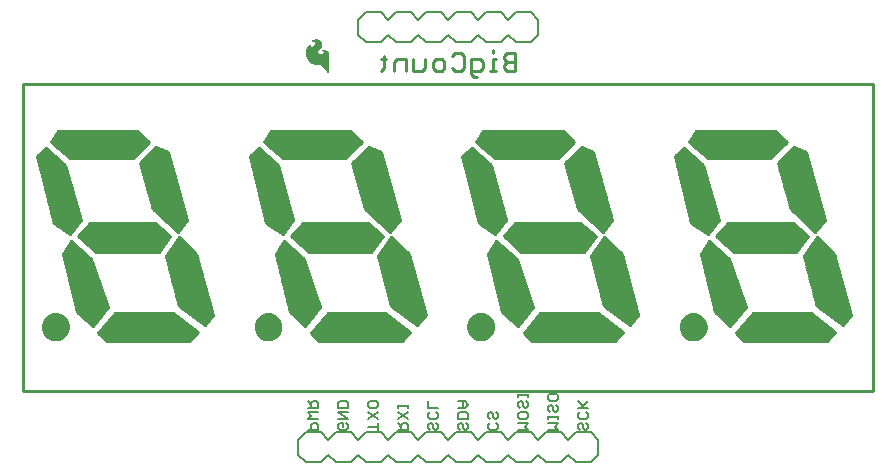
<source format=gbo>
G75*
G70*
%OFA0B0*%
%FSLAX24Y24*%
%IPPOS*%
%LPD*%
%AMOC8*
5,1,8,0,0,1.08239X$1,22.5*
%
%ADD10C,0.0060*%
%ADD11C,0.0110*%
%ADD12C,0.0100*%
%ADD13C,0.0591*%
%ADD14C,0.0080*%
%ADD15C,0.0010*%
D10*
X013163Y008413D02*
X013504Y008413D01*
X013504Y008583D01*
X013447Y008640D01*
X013333Y008640D01*
X013277Y008583D01*
X013277Y008413D01*
X013163Y008782D02*
X013277Y008895D01*
X013163Y009009D01*
X013504Y009009D01*
X013504Y009150D02*
X013504Y009320D01*
X013447Y009377D01*
X013333Y009377D01*
X013277Y009320D01*
X013277Y009150D01*
X013277Y009263D02*
X013163Y009377D01*
X013163Y009150D02*
X013504Y009150D01*
X013504Y008782D02*
X013163Y008782D01*
X014163Y008782D02*
X014504Y008782D01*
X014163Y009009D01*
X014504Y009009D01*
X014504Y009150D02*
X014504Y009320D01*
X014447Y009377D01*
X014220Y009377D01*
X014163Y009320D01*
X014163Y009150D01*
X014504Y009150D01*
X014447Y008640D02*
X014504Y008583D01*
X014504Y008470D01*
X014447Y008413D01*
X014220Y008413D01*
X014163Y008470D01*
X014163Y008583D01*
X014220Y008640D01*
X014333Y008640D01*
X014333Y008527D01*
X015163Y008527D02*
X015504Y008527D01*
X015504Y008640D02*
X015504Y008413D01*
X016163Y008413D02*
X016504Y008413D01*
X016504Y008583D01*
X016447Y008640D01*
X016333Y008640D01*
X016277Y008583D01*
X016277Y008413D01*
X016277Y008527D02*
X016163Y008640D01*
X016163Y008782D02*
X016504Y009009D01*
X016504Y009150D02*
X016504Y009263D01*
X016504Y009207D02*
X016163Y009207D01*
X016163Y009263D02*
X016163Y009150D01*
X016163Y009009D02*
X016504Y008782D01*
X017163Y008838D02*
X017163Y008952D01*
X017220Y009009D01*
X017163Y009150D02*
X017504Y009150D01*
X017447Y009009D02*
X017504Y008952D01*
X017504Y008838D01*
X017447Y008782D01*
X017220Y008782D01*
X017163Y008838D01*
X017220Y008640D02*
X017163Y008583D01*
X017163Y008470D01*
X017220Y008413D01*
X017333Y008470D02*
X017333Y008583D01*
X017277Y008640D01*
X017220Y008640D01*
X017333Y008470D02*
X017390Y008413D01*
X017447Y008413D01*
X017504Y008470D01*
X017504Y008583D01*
X017447Y008640D01*
X017163Y009150D02*
X017163Y009377D01*
X018163Y009377D02*
X018390Y009377D01*
X018504Y009263D01*
X018390Y009150D01*
X018163Y009150D01*
X018220Y009009D02*
X018447Y009009D01*
X018504Y008952D01*
X018504Y008782D01*
X018163Y008782D01*
X018163Y008952D01*
X018220Y009009D01*
X018333Y009150D02*
X018333Y009377D01*
X019163Y008952D02*
X019163Y008838D01*
X019220Y008782D01*
X019333Y008838D02*
X019333Y008952D01*
X019277Y009009D01*
X019220Y009009D01*
X019163Y008952D01*
X019333Y008838D02*
X019390Y008782D01*
X019447Y008782D01*
X019504Y008838D01*
X019504Y008952D01*
X019447Y009009D01*
X020163Y008952D02*
X020220Y009009D01*
X020447Y009009D01*
X020504Y008952D01*
X020504Y008838D01*
X020447Y008782D01*
X020220Y008782D01*
X020163Y008838D01*
X020163Y008952D01*
X020220Y009150D02*
X020163Y009207D01*
X020163Y009320D01*
X020220Y009377D01*
X020277Y009377D01*
X020333Y009320D01*
X020333Y009207D01*
X020390Y009150D01*
X020447Y009150D01*
X020504Y009207D01*
X020504Y009320D01*
X020447Y009377D01*
X020504Y009518D02*
X020504Y009632D01*
X020504Y009575D02*
X020163Y009575D01*
X020163Y009518D02*
X020163Y009632D01*
X021163Y009566D02*
X021220Y009622D01*
X021447Y009622D01*
X021504Y009566D01*
X021504Y009452D01*
X021447Y009396D01*
X021220Y009396D01*
X021163Y009452D01*
X021163Y009566D01*
X021220Y009254D02*
X021163Y009197D01*
X021163Y009084D01*
X021220Y009027D01*
X021333Y009084D02*
X021333Y009197D01*
X021277Y009254D01*
X021220Y009254D01*
X021333Y009084D02*
X021390Y009027D01*
X021447Y009027D01*
X021504Y009084D01*
X021504Y009197D01*
X021447Y009254D01*
X021504Y008895D02*
X021504Y008782D01*
X021504Y008838D02*
X021163Y008838D01*
X021163Y008782D02*
X021163Y008895D01*
X021163Y008640D02*
X021504Y008640D01*
X021390Y008527D01*
X021504Y008413D01*
X021163Y008413D01*
X020504Y008413D02*
X020390Y008527D01*
X020504Y008640D01*
X020163Y008640D01*
X020163Y008413D02*
X020504Y008413D01*
X019504Y008470D02*
X019447Y008413D01*
X019220Y008413D01*
X019163Y008470D01*
X019163Y008583D01*
X019220Y008640D01*
X019447Y008640D02*
X019504Y008583D01*
X019504Y008470D01*
X018504Y008470D02*
X018447Y008413D01*
X018390Y008413D01*
X018333Y008470D01*
X018333Y008583D01*
X018277Y008640D01*
X018220Y008640D01*
X018163Y008583D01*
X018163Y008470D01*
X018220Y008413D01*
X018504Y008470D02*
X018504Y008583D01*
X018447Y008640D01*
X015504Y008782D02*
X015163Y009009D01*
X015220Y009150D02*
X015163Y009207D01*
X015163Y009320D01*
X015220Y009377D01*
X015447Y009377D01*
X015504Y009320D01*
X015504Y009207D01*
X015447Y009150D01*
X015220Y009150D01*
X015504Y009009D02*
X015163Y008782D01*
X022163Y008838D02*
X022163Y008952D01*
X022220Y009009D01*
X022163Y009150D02*
X022504Y009150D01*
X022447Y009009D02*
X022504Y008952D01*
X022504Y008838D01*
X022447Y008782D01*
X022220Y008782D01*
X022163Y008838D01*
X022220Y008640D02*
X022163Y008583D01*
X022163Y008470D01*
X022220Y008413D01*
X022333Y008470D02*
X022333Y008583D01*
X022277Y008640D01*
X022220Y008640D01*
X022333Y008470D02*
X022390Y008413D01*
X022447Y008413D01*
X022504Y008470D01*
X022504Y008583D01*
X022447Y008640D01*
X022277Y009150D02*
X022504Y009377D01*
X022333Y009207D02*
X022163Y009377D01*
D11*
X018807Y020191D02*
X018709Y020191D01*
X018610Y020290D01*
X018610Y020782D01*
X018906Y020782D01*
X019004Y020684D01*
X019004Y020487D01*
X018906Y020388D01*
X018610Y020388D01*
X018360Y020487D02*
X018261Y020388D01*
X018064Y020388D01*
X017966Y020487D01*
X017715Y020487D02*
X017617Y020388D01*
X017420Y020388D01*
X017321Y020487D01*
X017321Y020684D01*
X017420Y020782D01*
X017617Y020782D01*
X017715Y020684D01*
X017715Y020487D01*
X018360Y020487D02*
X018360Y020880D01*
X018261Y020979D01*
X018064Y020979D01*
X017966Y020880D01*
X017070Y020782D02*
X017070Y020487D01*
X016972Y020388D01*
X016677Y020388D01*
X016677Y020782D01*
X016426Y020782D02*
X016131Y020782D01*
X016032Y020684D01*
X016032Y020388D01*
X015683Y020487D02*
X015585Y020388D01*
X015683Y020487D02*
X015683Y020880D01*
X015781Y020782D02*
X015585Y020782D01*
X016426Y020782D02*
X016426Y020388D01*
X019237Y020388D02*
X019434Y020388D01*
X019335Y020388D02*
X019335Y020782D01*
X019434Y020782D01*
X019335Y020979D02*
X019335Y021077D01*
X019685Y020880D02*
X019685Y020782D01*
X019783Y020684D01*
X020078Y020684D01*
X020078Y020979D02*
X020078Y020388D01*
X019783Y020388D01*
X019685Y020487D01*
X019685Y020585D01*
X019783Y020684D01*
X019685Y020880D02*
X019783Y020979D01*
X020078Y020979D01*
D12*
X019014Y018377D02*
X018778Y018022D01*
X019408Y017471D01*
X021495Y017471D01*
X022046Y018022D01*
X021652Y018377D01*
X019014Y018377D01*
X018951Y018281D02*
X021759Y018281D01*
X021868Y018182D02*
X018885Y018182D01*
X018819Y018084D02*
X021978Y018084D01*
X022009Y017985D02*
X018820Y017985D01*
X018933Y017887D02*
X021910Y017887D01*
X021812Y017788D02*
X019046Y017788D01*
X019158Y017690D02*
X021713Y017690D01*
X021615Y017591D02*
X019271Y017591D01*
X019383Y017493D02*
X021516Y017493D01*
X021731Y017314D02*
X022164Y015778D01*
X022991Y015030D01*
X023306Y015424D01*
X022676Y017668D01*
X022282Y017865D01*
X021731Y017314D01*
X021736Y017296D02*
X022780Y017296D01*
X022753Y017394D02*
X021812Y017394D01*
X021910Y017493D02*
X022725Y017493D01*
X022697Y017591D02*
X022009Y017591D01*
X022107Y017690D02*
X022632Y017690D01*
X022435Y017788D02*
X022206Y017788D01*
X021764Y017197D02*
X022808Y017197D01*
X022836Y017099D02*
X021792Y017099D01*
X021819Y017000D02*
X022863Y017000D01*
X022891Y016902D02*
X021847Y016902D01*
X021875Y016803D02*
X022919Y016803D01*
X022946Y016705D02*
X021903Y016705D01*
X021930Y016606D02*
X022974Y016606D01*
X023002Y016508D02*
X021958Y016508D01*
X021986Y016409D02*
X023029Y016409D01*
X023057Y016311D02*
X022014Y016311D01*
X022042Y016212D02*
X023084Y016212D01*
X023112Y016114D02*
X022069Y016114D01*
X022097Y016015D02*
X023140Y016015D01*
X023167Y015917D02*
X022125Y015917D01*
X022153Y015818D02*
X023195Y015818D01*
X023223Y015720D02*
X022229Y015720D01*
X022337Y015621D02*
X023250Y015621D01*
X023278Y015523D02*
X022446Y015523D01*
X022555Y015424D02*
X023306Y015424D01*
X023227Y015326D02*
X022664Y015326D01*
X022773Y015227D02*
X023149Y015227D01*
X023070Y015129D02*
X022882Y015129D01*
X022991Y015030D02*
X022991Y015030D01*
X023030Y014833D02*
X022597Y014203D01*
X023030Y012550D01*
X023896Y011920D01*
X024172Y012235D01*
X023621Y014282D01*
X023030Y014833D01*
X022962Y014735D02*
X023136Y014735D01*
X023241Y014636D02*
X022895Y014636D01*
X022827Y014538D02*
X023347Y014538D01*
X023452Y014439D02*
X022759Y014439D01*
X022692Y014341D02*
X023558Y014341D01*
X023631Y014242D02*
X022624Y014242D01*
X022613Y014144D02*
X023658Y014144D01*
X023684Y014045D02*
X022639Y014045D01*
X022664Y013947D02*
X023711Y013947D01*
X023738Y013848D02*
X022690Y013848D01*
X022716Y013750D02*
X023764Y013750D01*
X023791Y013651D02*
X022742Y013651D01*
X022768Y013553D02*
X023817Y013553D01*
X023844Y013454D02*
X022793Y013454D01*
X022819Y013356D02*
X023870Y013356D01*
X023897Y013257D02*
X022845Y013257D01*
X022871Y013159D02*
X023923Y013159D01*
X023950Y013060D02*
X022896Y013060D01*
X022922Y012962D02*
X023976Y012962D01*
X024003Y012863D02*
X022948Y012863D01*
X022974Y012765D02*
X024029Y012765D01*
X024056Y012666D02*
X023000Y012666D01*
X023025Y012568D02*
X024082Y012568D01*
X024109Y012469D02*
X023141Y012469D01*
X023276Y012371D02*
X024135Y012371D01*
X024162Y012272D02*
X023412Y012272D01*
X023547Y012174D02*
X024118Y012174D01*
X024032Y012075D02*
X023683Y012075D01*
X023818Y011977D02*
X023946Y011977D01*
X023660Y011684D02*
X023385Y011369D01*
X020629Y011369D01*
X020353Y011644D01*
X020904Y012314D01*
X022833Y012314D01*
X023660Y011684D01*
X023658Y011681D02*
X020383Y011681D01*
X020415Y011583D02*
X023572Y011583D01*
X023486Y011484D02*
X020513Y011484D01*
X020612Y011386D02*
X023399Y011386D01*
X023534Y011780D02*
X020465Y011780D01*
X020546Y011878D02*
X023405Y011878D01*
X023275Y011977D02*
X020627Y011977D01*
X020708Y012075D02*
X023146Y012075D01*
X023017Y012174D02*
X020789Y012174D01*
X020870Y012272D02*
X022888Y012272D01*
X020668Y012510D02*
X020156Y011881D01*
X019644Y012353D01*
X019172Y014282D01*
X019448Y014715D01*
X020117Y014125D01*
X020668Y012510D01*
X020635Y012469D02*
X019616Y012469D01*
X019640Y012371D02*
X020554Y012371D01*
X020474Y012272D02*
X019732Y012272D01*
X019838Y012174D02*
X020394Y012174D01*
X020314Y012075D02*
X019945Y012075D01*
X020052Y011977D02*
X020234Y011977D01*
X020648Y012568D02*
X019592Y012568D01*
X019568Y012666D02*
X020615Y012666D01*
X020581Y012765D02*
X019544Y012765D01*
X019519Y012863D02*
X020548Y012863D01*
X020514Y012962D02*
X019495Y012962D01*
X019471Y013060D02*
X020480Y013060D01*
X020447Y013159D02*
X019447Y013159D01*
X019423Y013257D02*
X020413Y013257D01*
X020379Y013356D02*
X019399Y013356D01*
X019375Y013454D02*
X020346Y013454D01*
X020312Y013553D02*
X019351Y013553D01*
X019326Y013651D02*
X020278Y013651D01*
X020245Y013750D02*
X019302Y013750D01*
X019278Y013848D02*
X020211Y013848D01*
X020178Y013947D02*
X019254Y013947D01*
X019230Y014045D02*
X020144Y014045D01*
X020095Y014144D02*
X019206Y014144D01*
X019182Y014242D02*
X019983Y014242D01*
X019872Y014341D02*
X019209Y014341D01*
X019272Y014439D02*
X019760Y014439D01*
X019649Y014538D02*
X019335Y014538D01*
X019397Y014636D02*
X019537Y014636D01*
X019729Y014833D02*
X022724Y014833D01*
X022755Y014873D02*
X022243Y015306D01*
X020077Y015306D01*
X019684Y014873D01*
X020274Y014361D01*
X022361Y014361D01*
X022755Y014873D01*
X022685Y014932D02*
X019737Y014932D01*
X019827Y015030D02*
X022568Y015030D01*
X022452Y015129D02*
X019917Y015129D01*
X020006Y015227D02*
X022335Y015227D01*
X022649Y014735D02*
X019843Y014735D01*
X019956Y014636D02*
X022573Y014636D01*
X022497Y014538D02*
X020070Y014538D01*
X020184Y014439D02*
X022421Y014439D01*
X019762Y015424D02*
X019408Y014951D01*
X018857Y015306D01*
X018306Y017550D01*
X018621Y017825D01*
X019251Y017235D01*
X019762Y015424D01*
X018828Y015424D01*
X018852Y015326D02*
X019689Y015326D01*
X019615Y015227D02*
X018979Y015227D01*
X019132Y015129D02*
X019541Y015129D01*
X019467Y015030D02*
X019285Y015030D01*
X019735Y015523D02*
X018804Y015523D01*
X018779Y015621D02*
X019707Y015621D01*
X019679Y015720D02*
X018755Y015720D01*
X018731Y015818D02*
X019651Y015818D01*
X019623Y015917D02*
X018707Y015917D01*
X018683Y016015D02*
X019595Y016015D01*
X019567Y016114D02*
X018658Y016114D01*
X018634Y016212D02*
X019540Y016212D01*
X019512Y016311D02*
X018610Y016311D01*
X018586Y016409D02*
X019484Y016409D01*
X019456Y016508D02*
X018562Y016508D01*
X018538Y016606D02*
X019428Y016606D01*
X019400Y016705D02*
X018513Y016705D01*
X018489Y016803D02*
X019373Y016803D01*
X019345Y016902D02*
X018465Y016902D01*
X018441Y017000D02*
X019317Y017000D01*
X019289Y017099D02*
X018417Y017099D01*
X018392Y017197D02*
X019261Y017197D01*
X019186Y017296D02*
X018368Y017296D01*
X018344Y017394D02*
X019081Y017394D01*
X018976Y017493D02*
X018320Y017493D01*
X018353Y017591D02*
X018870Y017591D01*
X018765Y017690D02*
X018466Y017690D01*
X018578Y017788D02*
X018660Y017788D01*
X015915Y016508D02*
X014872Y016508D01*
X014844Y016606D02*
X015887Y016606D01*
X015860Y016705D02*
X014816Y016705D01*
X014788Y016803D02*
X015832Y016803D01*
X015804Y016902D02*
X014761Y016902D01*
X014733Y017000D02*
X015777Y017000D01*
X015749Y017099D02*
X014705Y017099D01*
X014677Y017197D02*
X015721Y017197D01*
X015694Y017296D02*
X014649Y017296D01*
X014644Y017314D02*
X015077Y015778D01*
X015904Y015030D01*
X016219Y015424D01*
X015589Y017668D01*
X015196Y017865D01*
X014644Y017314D01*
X014725Y017394D02*
X015666Y017394D01*
X015638Y017493D02*
X014824Y017493D01*
X014922Y017591D02*
X015611Y017591D01*
X015546Y017690D02*
X015021Y017690D01*
X015119Y017788D02*
X015349Y017788D01*
X014959Y018022D02*
X014566Y018377D01*
X011928Y018377D01*
X011692Y018022D01*
X012322Y017471D01*
X014408Y017471D01*
X014959Y018022D01*
X014922Y017985D02*
X011734Y017985D01*
X011733Y018084D02*
X014891Y018084D01*
X014782Y018182D02*
X011798Y018182D01*
X011864Y018281D02*
X014672Y018281D01*
X014824Y017887D02*
X011846Y017887D01*
X011959Y017788D02*
X014725Y017788D01*
X014627Y017690D02*
X012072Y017690D01*
X012184Y017591D02*
X014528Y017591D01*
X014430Y017493D02*
X012297Y017493D01*
X012099Y017296D02*
X011282Y017296D01*
X011257Y017394D02*
X011994Y017394D01*
X011889Y017493D02*
X011233Y017493D01*
X011219Y017550D02*
X011770Y015306D01*
X012322Y014951D01*
X012676Y015424D01*
X012164Y017235D01*
X011534Y017825D01*
X011219Y017550D01*
X011267Y017591D02*
X011784Y017591D01*
X011679Y017690D02*
X011379Y017690D01*
X011492Y017788D02*
X011574Y017788D01*
X011306Y017197D02*
X012175Y017197D01*
X012202Y017099D02*
X011330Y017099D01*
X011354Y017000D02*
X012230Y017000D01*
X012258Y016902D02*
X011378Y016902D01*
X011403Y016803D02*
X012286Y016803D01*
X012314Y016705D02*
X011427Y016705D01*
X011451Y016606D02*
X012342Y016606D01*
X012370Y016508D02*
X011475Y016508D01*
X011499Y016409D02*
X012397Y016409D01*
X012425Y016311D02*
X011523Y016311D01*
X011548Y016212D02*
X012453Y016212D01*
X012481Y016114D02*
X011572Y016114D01*
X011596Y016015D02*
X012509Y016015D01*
X012537Y015917D02*
X011620Y015917D01*
X011644Y015818D02*
X012564Y015818D01*
X012592Y015720D02*
X011669Y015720D01*
X011693Y015621D02*
X012620Y015621D01*
X012648Y015523D02*
X011717Y015523D01*
X011741Y015424D02*
X012676Y015424D01*
X012602Y015326D02*
X011765Y015326D01*
X011892Y015227D02*
X012528Y015227D01*
X012455Y015129D02*
X012046Y015129D01*
X012199Y015030D02*
X012381Y015030D01*
X012597Y014873D02*
X013188Y014361D01*
X015274Y014361D01*
X015668Y014873D01*
X015156Y015306D01*
X012991Y015306D01*
X012597Y014873D01*
X012643Y014833D02*
X015638Y014833D01*
X015598Y014932D02*
X012651Y014932D01*
X012740Y015030D02*
X015482Y015030D01*
X015365Y015129D02*
X012830Y015129D01*
X012920Y015227D02*
X015249Y015227D01*
X015469Y015424D02*
X016219Y015424D01*
X016191Y015523D02*
X015360Y015523D01*
X015251Y015621D02*
X016164Y015621D01*
X016136Y015720D02*
X015142Y015720D01*
X015066Y015818D02*
X016108Y015818D01*
X016081Y015917D02*
X015038Y015917D01*
X015011Y016015D02*
X016053Y016015D01*
X016025Y016114D02*
X014983Y016114D01*
X014955Y016212D02*
X015998Y016212D01*
X015970Y016311D02*
X014927Y016311D01*
X014899Y016409D02*
X015943Y016409D01*
X016141Y015326D02*
X015577Y015326D01*
X015686Y015227D02*
X016062Y015227D01*
X015983Y015129D02*
X015795Y015129D01*
X015904Y015030D02*
X015904Y015030D01*
X015944Y014833D02*
X015510Y014203D01*
X015944Y012550D01*
X016810Y011920D01*
X017085Y012235D01*
X016534Y014282D01*
X015944Y014833D01*
X015876Y014735D02*
X016049Y014735D01*
X016155Y014636D02*
X015808Y014636D01*
X015740Y014538D02*
X016260Y014538D01*
X016366Y014439D02*
X015673Y014439D01*
X015605Y014341D02*
X016471Y014341D01*
X016545Y014242D02*
X015537Y014242D01*
X015526Y014144D02*
X016571Y014144D01*
X016598Y014045D02*
X015552Y014045D01*
X015578Y013947D02*
X016624Y013947D01*
X016651Y013848D02*
X015603Y013848D01*
X015629Y013750D02*
X016677Y013750D01*
X016704Y013651D02*
X015655Y013651D01*
X015681Y013553D02*
X016730Y013553D01*
X016757Y013454D02*
X015707Y013454D01*
X015732Y013356D02*
X016784Y013356D01*
X016810Y013257D02*
X015758Y013257D01*
X015784Y013159D02*
X016837Y013159D01*
X016863Y013060D02*
X015810Y013060D01*
X015836Y012962D02*
X016890Y012962D01*
X016916Y012863D02*
X015861Y012863D01*
X015887Y012765D02*
X016943Y012765D01*
X016969Y012666D02*
X015913Y012666D01*
X015939Y012568D02*
X016996Y012568D01*
X017022Y012469D02*
X016054Y012469D01*
X016190Y012371D02*
X017049Y012371D01*
X017075Y012272D02*
X016325Y012272D01*
X016461Y012174D02*
X017032Y012174D01*
X016946Y012075D02*
X016596Y012075D01*
X016732Y011977D02*
X016859Y011977D01*
X016573Y011684D02*
X016298Y011369D01*
X013542Y011369D01*
X013266Y011644D01*
X013818Y012314D01*
X015747Y012314D01*
X016573Y011684D01*
X016571Y011681D02*
X013297Y011681D01*
X013328Y011583D02*
X016485Y011583D01*
X016399Y011484D02*
X013426Y011484D01*
X013525Y011386D02*
X016313Y011386D01*
X016447Y011780D02*
X013378Y011780D01*
X013459Y011878D02*
X016318Y011878D01*
X016189Y011977D02*
X013540Y011977D01*
X013621Y012075D02*
X016060Y012075D01*
X015930Y012174D02*
X013702Y012174D01*
X013784Y012272D02*
X015801Y012272D01*
X013581Y012510D02*
X013070Y011881D01*
X012558Y012353D01*
X012085Y014282D01*
X012361Y014715D01*
X013030Y014125D01*
X013581Y012510D01*
X013548Y012469D02*
X012529Y012469D01*
X012553Y012371D02*
X013468Y012371D01*
X013388Y012272D02*
X012645Y012272D01*
X012752Y012174D02*
X013308Y012174D01*
X013228Y012075D02*
X012859Y012075D01*
X012965Y011977D02*
X013148Y011977D01*
X013562Y012568D02*
X012505Y012568D01*
X012481Y012666D02*
X013528Y012666D01*
X013495Y012765D02*
X012457Y012765D01*
X012433Y012863D02*
X013461Y012863D01*
X013427Y012962D02*
X012409Y012962D01*
X012385Y013060D02*
X013394Y013060D01*
X013360Y013159D02*
X012360Y013159D01*
X012336Y013257D02*
X013326Y013257D01*
X013293Y013356D02*
X012312Y013356D01*
X012288Y013454D02*
X013259Y013454D01*
X013225Y013553D02*
X012264Y013553D01*
X012240Y013651D02*
X013192Y013651D01*
X013158Y013750D02*
X012216Y013750D01*
X012192Y013848D02*
X013125Y013848D01*
X013091Y013947D02*
X012167Y013947D01*
X012143Y014045D02*
X013057Y014045D01*
X013008Y014144D02*
X012119Y014144D01*
X012095Y014242D02*
X012897Y014242D01*
X012785Y014341D02*
X012123Y014341D01*
X012185Y014439D02*
X012674Y014439D01*
X012562Y014538D02*
X012248Y014538D01*
X012311Y014636D02*
X012450Y014636D01*
X012756Y014735D02*
X015562Y014735D01*
X015486Y014636D02*
X012870Y014636D01*
X012984Y014538D02*
X015410Y014538D01*
X015335Y014439D02*
X013097Y014439D01*
X009644Y013553D02*
X008594Y013553D01*
X008568Y013651D02*
X009617Y013651D01*
X009591Y013750D02*
X008543Y013750D01*
X008517Y013848D02*
X009564Y013848D01*
X009538Y013947D02*
X008491Y013947D01*
X008465Y014045D02*
X009511Y014045D01*
X009485Y014144D02*
X008439Y014144D01*
X008424Y014203D02*
X008857Y012550D01*
X009723Y011920D01*
X009999Y012235D01*
X009448Y014282D01*
X008857Y014833D01*
X008424Y014203D01*
X008451Y014242D02*
X009458Y014242D01*
X009385Y014341D02*
X008518Y014341D01*
X008586Y014439D02*
X009279Y014439D01*
X009174Y014538D02*
X008654Y014538D01*
X008722Y014636D02*
X009068Y014636D01*
X008962Y014735D02*
X008789Y014735D01*
X008581Y014873D02*
X008188Y014361D01*
X006101Y014361D01*
X005510Y014873D01*
X005904Y015306D01*
X008070Y015306D01*
X008581Y014873D01*
X008551Y014833D02*
X005556Y014833D01*
X005564Y014932D02*
X008511Y014932D01*
X008395Y015030D02*
X005654Y015030D01*
X005743Y015129D02*
X008279Y015129D01*
X008162Y015227D02*
X005833Y015227D01*
X005589Y015424D02*
X005235Y014951D01*
X004684Y015306D01*
X004133Y017550D01*
X004448Y017825D01*
X005077Y017235D01*
X005589Y015424D01*
X004655Y015424D01*
X004679Y015326D02*
X005516Y015326D01*
X005442Y015227D02*
X004806Y015227D01*
X004959Y015129D02*
X005368Y015129D01*
X005294Y015030D02*
X005112Y015030D01*
X005274Y014715D02*
X004999Y014282D01*
X005471Y012353D01*
X005983Y011881D01*
X006495Y012510D01*
X005944Y014125D01*
X005274Y014715D01*
X005224Y014636D02*
X005364Y014636D01*
X005475Y014538D02*
X005161Y014538D01*
X005099Y014439D02*
X005587Y014439D01*
X005699Y014341D02*
X005036Y014341D01*
X005008Y014242D02*
X005810Y014242D01*
X005922Y014144D02*
X005033Y014144D01*
X005057Y014045D02*
X005971Y014045D01*
X006004Y013947D02*
X005081Y013947D01*
X005105Y013848D02*
X006038Y013848D01*
X006072Y013750D02*
X005129Y013750D01*
X005153Y013651D02*
X006105Y013651D01*
X006139Y013553D02*
X005177Y013553D01*
X005201Y013454D02*
X006172Y013454D01*
X006206Y013356D02*
X005226Y013356D01*
X005250Y013257D02*
X006240Y013257D01*
X006273Y013159D02*
X005274Y013159D01*
X005298Y013060D02*
X006307Y013060D01*
X006341Y012962D02*
X005322Y012962D01*
X005346Y012863D02*
X006374Y012863D01*
X006408Y012765D02*
X005370Y012765D01*
X005394Y012666D02*
X006442Y012666D01*
X006475Y012568D02*
X005419Y012568D01*
X005443Y012469D02*
X006461Y012469D01*
X006381Y012371D02*
X005467Y012371D01*
X005559Y012272D02*
X006301Y012272D01*
X006221Y012174D02*
X005665Y012174D01*
X005772Y012075D02*
X006141Y012075D01*
X006061Y011977D02*
X005879Y011977D01*
X006210Y011681D02*
X009485Y011681D01*
X009487Y011684D02*
X009211Y011369D01*
X006455Y011369D01*
X006180Y011644D01*
X006731Y012314D01*
X008660Y012314D01*
X009487Y011684D01*
X009399Y011583D02*
X006241Y011583D01*
X006340Y011484D02*
X009312Y011484D01*
X009226Y011386D02*
X006438Y011386D01*
X006291Y011780D02*
X009361Y011780D01*
X009231Y011878D02*
X006372Y011878D01*
X006454Y011977D02*
X009102Y011977D01*
X008973Y012075D02*
X006535Y012075D01*
X006616Y012174D02*
X008844Y012174D01*
X008714Y012272D02*
X006697Y012272D01*
X008775Y012863D02*
X009829Y012863D01*
X009856Y012765D02*
X008801Y012765D01*
X008826Y012666D02*
X009883Y012666D01*
X009909Y012568D02*
X008852Y012568D01*
X008968Y012469D02*
X009936Y012469D01*
X009962Y012371D02*
X009103Y012371D01*
X009239Y012272D02*
X009989Y012272D01*
X009945Y012174D02*
X009374Y012174D01*
X009509Y012075D02*
X009859Y012075D01*
X009773Y011977D02*
X009645Y011977D01*
X009803Y012962D02*
X008749Y012962D01*
X008723Y013060D02*
X009776Y013060D01*
X009750Y013159D02*
X008697Y013159D01*
X008672Y013257D02*
X009723Y013257D01*
X009697Y013356D02*
X008646Y013356D01*
X008620Y013454D02*
X009670Y013454D01*
X008324Y014538D02*
X005897Y014538D01*
X005783Y014636D02*
X008400Y014636D01*
X008475Y014735D02*
X005670Y014735D01*
X006011Y014439D02*
X008248Y014439D01*
X008817Y015030D02*
X008818Y015030D01*
X007991Y015778D01*
X007558Y017314D01*
X008109Y017865D01*
X008503Y017668D01*
X009133Y015424D01*
X008818Y015030D01*
X008897Y015129D02*
X008709Y015129D01*
X008600Y015227D02*
X008975Y015227D01*
X009054Y015326D02*
X008491Y015326D01*
X008382Y015424D02*
X009132Y015424D01*
X009105Y015523D02*
X008273Y015523D01*
X008164Y015621D02*
X009077Y015621D01*
X009049Y015720D02*
X008055Y015720D01*
X007979Y015818D02*
X009022Y015818D01*
X008994Y015917D02*
X007952Y015917D01*
X007924Y016015D02*
X008967Y016015D01*
X008939Y016114D02*
X007896Y016114D01*
X007868Y016212D02*
X008911Y016212D01*
X008884Y016311D02*
X007841Y016311D01*
X007813Y016409D02*
X008856Y016409D01*
X008828Y016508D02*
X007785Y016508D01*
X007757Y016606D02*
X008801Y016606D01*
X008773Y016705D02*
X007729Y016705D01*
X007702Y016803D02*
X008745Y016803D01*
X008718Y016902D02*
X007674Y016902D01*
X007646Y017000D02*
X008690Y017000D01*
X008662Y017099D02*
X007618Y017099D01*
X007591Y017197D02*
X008635Y017197D01*
X008607Y017296D02*
X007563Y017296D01*
X007638Y017394D02*
X008579Y017394D01*
X008552Y017493D02*
X007737Y017493D01*
X007835Y017591D02*
X008524Y017591D01*
X008459Y017690D02*
X007934Y017690D01*
X008032Y017788D02*
X008262Y017788D01*
X007873Y018022D02*
X007479Y018377D01*
X004841Y018377D01*
X004605Y018022D01*
X005235Y017471D01*
X007322Y017471D01*
X007873Y018022D01*
X007836Y017985D02*
X004647Y017985D01*
X004646Y018084D02*
X007804Y018084D01*
X007695Y018182D02*
X004712Y018182D01*
X004777Y018281D02*
X007585Y018281D01*
X007737Y017887D02*
X004760Y017887D01*
X004872Y017788D02*
X007639Y017788D01*
X007540Y017690D02*
X004985Y017690D01*
X005098Y017591D02*
X007442Y017591D01*
X007343Y017493D02*
X005210Y017493D01*
X005012Y017296D02*
X004195Y017296D01*
X004171Y017394D02*
X004907Y017394D01*
X004802Y017493D02*
X004147Y017493D01*
X004180Y017591D02*
X004697Y017591D01*
X004592Y017690D02*
X004293Y017690D01*
X004405Y017788D02*
X004487Y017788D01*
X004219Y017197D02*
X005088Y017197D01*
X005116Y017099D02*
X004243Y017099D01*
X004268Y017000D02*
X005144Y017000D01*
X005172Y016902D02*
X004292Y016902D01*
X004316Y016803D02*
X005199Y016803D01*
X005227Y016705D02*
X004340Y016705D01*
X004364Y016606D02*
X005255Y016606D01*
X005283Y016508D02*
X004388Y016508D01*
X004413Y016409D02*
X005311Y016409D01*
X005339Y016311D02*
X004437Y016311D01*
X004461Y016212D02*
X005366Y016212D01*
X005394Y016114D02*
X004485Y016114D01*
X004509Y016015D02*
X005422Y016015D01*
X005450Y015917D02*
X004534Y015917D01*
X004558Y015818D02*
X005478Y015818D01*
X005506Y015720D02*
X004582Y015720D01*
X004606Y015621D02*
X005533Y015621D01*
X005561Y015523D02*
X004630Y015523D01*
X003660Y019951D02*
X003660Y009715D01*
X032007Y009715D01*
X032007Y019951D01*
X003660Y019951D01*
X025392Y017550D02*
X025944Y015306D01*
X026495Y014951D01*
X026849Y015424D01*
X026337Y017235D01*
X025707Y017825D01*
X025392Y017550D01*
X025406Y017493D02*
X026062Y017493D01*
X025957Y017591D02*
X025440Y017591D01*
X025552Y017690D02*
X025852Y017690D01*
X025747Y017788D02*
X025665Y017788D01*
X025865Y018022D02*
X026495Y017471D01*
X028581Y017471D01*
X029133Y018022D01*
X028739Y018377D01*
X026101Y018377D01*
X025865Y018022D01*
X025907Y017985D02*
X029096Y017985D01*
X029064Y018084D02*
X025906Y018084D01*
X025972Y018182D02*
X028955Y018182D01*
X028845Y018281D02*
X026037Y018281D01*
X026020Y017887D02*
X028997Y017887D01*
X028899Y017788D02*
X026132Y017788D01*
X026245Y017690D02*
X028800Y017690D01*
X028702Y017591D02*
X026357Y017591D01*
X026470Y017493D02*
X028603Y017493D01*
X028818Y017314D02*
X029251Y015778D01*
X030077Y015030D01*
X030078Y015030D01*
X030077Y015030D02*
X030392Y015424D01*
X029762Y017668D01*
X029369Y017865D01*
X028818Y017314D01*
X028823Y017296D02*
X029867Y017296D01*
X029839Y017394D02*
X028898Y017394D01*
X028997Y017493D02*
X029812Y017493D01*
X029784Y017591D02*
X029095Y017591D01*
X029194Y017690D02*
X029719Y017690D01*
X029522Y017788D02*
X029292Y017788D01*
X028850Y017197D02*
X029895Y017197D01*
X029922Y017099D02*
X028878Y017099D01*
X028906Y017000D02*
X029950Y017000D01*
X029978Y016902D02*
X028934Y016902D01*
X028962Y016803D02*
X030005Y016803D01*
X030033Y016705D02*
X028989Y016705D01*
X029017Y016606D02*
X030060Y016606D01*
X030088Y016508D02*
X029045Y016508D01*
X029073Y016409D02*
X030116Y016409D01*
X030143Y016311D02*
X029100Y016311D01*
X029128Y016212D02*
X030171Y016212D01*
X030199Y016114D02*
X029156Y016114D01*
X029184Y016015D02*
X030226Y016015D01*
X030254Y015917D02*
X029212Y015917D01*
X029239Y015818D02*
X030282Y015818D01*
X030309Y015720D02*
X029315Y015720D01*
X029424Y015621D02*
X030337Y015621D01*
X030365Y015523D02*
X029533Y015523D01*
X029642Y015424D02*
X030392Y015424D01*
X030314Y015326D02*
X029751Y015326D01*
X029860Y015227D02*
X030235Y015227D01*
X030156Y015129D02*
X029968Y015129D01*
X029771Y014932D02*
X026824Y014932D01*
X026770Y014873D02*
X027361Y014361D01*
X029448Y014361D01*
X029841Y014873D01*
X029329Y015306D01*
X027164Y015306D01*
X026770Y014873D01*
X026816Y014833D02*
X029811Y014833D01*
X029735Y014735D02*
X026929Y014735D01*
X027043Y014636D02*
X029659Y014636D01*
X029584Y014538D02*
X027157Y014538D01*
X027270Y014439D02*
X029508Y014439D01*
X029710Y014242D02*
X030718Y014242D01*
X030707Y014282D02*
X030117Y014833D01*
X029684Y014203D01*
X030117Y012550D01*
X030983Y011920D01*
X031259Y012235D01*
X030707Y014282D01*
X030644Y014341D02*
X029778Y014341D01*
X029846Y014439D02*
X030539Y014439D01*
X030433Y014538D02*
X029914Y014538D01*
X029981Y014636D02*
X030328Y014636D01*
X030222Y014735D02*
X030049Y014735D01*
X029655Y015030D02*
X026914Y015030D01*
X027003Y015129D02*
X029539Y015129D01*
X029422Y015227D02*
X027093Y015227D01*
X026849Y015424D02*
X025914Y015424D01*
X025939Y015326D02*
X026776Y015326D01*
X026702Y015227D02*
X026066Y015227D01*
X026219Y015129D02*
X026628Y015129D01*
X026554Y015030D02*
X026372Y015030D01*
X026534Y014715D02*
X026259Y014282D01*
X026731Y012353D01*
X027243Y011881D01*
X027755Y012510D01*
X027203Y014125D01*
X026534Y014715D01*
X026484Y014636D02*
X026624Y014636D01*
X026735Y014538D02*
X026421Y014538D01*
X026359Y014439D02*
X026847Y014439D01*
X026958Y014341D02*
X026296Y014341D01*
X026268Y014242D02*
X027070Y014242D01*
X027182Y014144D02*
X026292Y014144D01*
X026317Y014045D02*
X027231Y014045D01*
X027264Y013947D02*
X026341Y013947D01*
X026365Y013848D02*
X027298Y013848D01*
X027331Y013750D02*
X026389Y013750D01*
X026413Y013651D02*
X027365Y013651D01*
X027399Y013553D02*
X026437Y013553D01*
X026461Y013454D02*
X027432Y013454D01*
X027466Y013356D02*
X026485Y013356D01*
X026510Y013257D02*
X027500Y013257D01*
X027533Y013159D02*
X026534Y013159D01*
X026558Y013060D02*
X027567Y013060D01*
X027600Y012962D02*
X026582Y012962D01*
X026606Y012863D02*
X027634Y012863D01*
X027668Y012765D02*
X026630Y012765D01*
X026654Y012666D02*
X027701Y012666D01*
X027735Y012568D02*
X026678Y012568D01*
X026702Y012469D02*
X027721Y012469D01*
X027641Y012371D02*
X026727Y012371D01*
X026818Y012272D02*
X027561Y012272D01*
X027481Y012174D02*
X026925Y012174D01*
X027032Y012075D02*
X027401Y012075D01*
X027321Y011977D02*
X027139Y011977D01*
X027470Y011681D02*
X030745Y011681D01*
X030747Y011684D02*
X030471Y011369D01*
X027715Y011369D01*
X027440Y011644D01*
X027991Y012314D01*
X029920Y012314D01*
X030747Y011684D01*
X030658Y011583D02*
X027501Y011583D01*
X027600Y011484D02*
X030572Y011484D01*
X030486Y011386D02*
X027698Y011386D01*
X027551Y011780D02*
X030621Y011780D01*
X030491Y011878D02*
X027632Y011878D01*
X027713Y011977D02*
X030362Y011977D01*
X030233Y012075D02*
X027795Y012075D01*
X027876Y012174D02*
X030103Y012174D01*
X029974Y012272D02*
X027957Y012272D01*
X030035Y012863D02*
X031089Y012863D01*
X031116Y012765D02*
X030060Y012765D01*
X030086Y012666D02*
X031142Y012666D01*
X031169Y012568D02*
X030112Y012568D01*
X030228Y012469D02*
X031195Y012469D01*
X031222Y012371D02*
X030363Y012371D01*
X030498Y012272D02*
X031248Y012272D01*
X031205Y012174D02*
X030634Y012174D01*
X030769Y012075D02*
X031119Y012075D01*
X031033Y011977D02*
X030905Y011977D01*
X031063Y012962D02*
X030009Y012962D01*
X029983Y013060D02*
X031036Y013060D01*
X031010Y013159D02*
X029957Y013159D01*
X029932Y013257D02*
X030983Y013257D01*
X030957Y013356D02*
X029906Y013356D01*
X029880Y013454D02*
X030930Y013454D01*
X030904Y013553D02*
X029854Y013553D01*
X029828Y013651D02*
X030877Y013651D01*
X030851Y013750D02*
X029803Y013750D01*
X029777Y013848D02*
X030824Y013848D01*
X030798Y013947D02*
X029751Y013947D01*
X029725Y014045D02*
X030771Y014045D01*
X030745Y014144D02*
X029699Y014144D01*
X026821Y015523D02*
X025890Y015523D01*
X025866Y015621D02*
X026793Y015621D01*
X026765Y015720D02*
X025842Y015720D01*
X025818Y015818D02*
X026738Y015818D01*
X026710Y015917D02*
X025793Y015917D01*
X025769Y016015D02*
X026682Y016015D01*
X026654Y016114D02*
X025745Y016114D01*
X025721Y016212D02*
X026626Y016212D01*
X026598Y016311D02*
X025697Y016311D01*
X025673Y016409D02*
X026571Y016409D01*
X026543Y016508D02*
X025648Y016508D01*
X025624Y016606D02*
X026515Y016606D01*
X026487Y016705D02*
X025600Y016705D01*
X025576Y016803D02*
X026459Y016803D01*
X026431Y016902D02*
X025552Y016902D01*
X025527Y017000D02*
X026404Y017000D01*
X026376Y017099D02*
X025503Y017099D01*
X025479Y017197D02*
X026348Y017197D01*
X026272Y017296D02*
X025455Y017296D01*
X025431Y017394D02*
X026167Y017394D01*
D13*
X025860Y011841D02*
X025862Y011866D01*
X025868Y011890D01*
X025877Y011913D01*
X025889Y011934D01*
X025905Y011953D01*
X025924Y011970D01*
X025945Y011983D01*
X025967Y011993D01*
X025991Y012000D01*
X026016Y012003D01*
X026041Y012002D01*
X026065Y011997D01*
X026088Y011989D01*
X026110Y011977D01*
X026130Y011962D01*
X026147Y011944D01*
X026161Y011924D01*
X026172Y011902D01*
X026180Y011878D01*
X026184Y011853D01*
X026184Y011829D01*
X026180Y011804D01*
X026172Y011780D01*
X026161Y011758D01*
X026147Y011738D01*
X026130Y011720D01*
X026110Y011705D01*
X026088Y011693D01*
X026065Y011685D01*
X026041Y011680D01*
X026016Y011679D01*
X025991Y011682D01*
X025967Y011689D01*
X025945Y011699D01*
X025924Y011712D01*
X025905Y011729D01*
X025889Y011748D01*
X025877Y011769D01*
X025868Y011792D01*
X025862Y011816D01*
X025860Y011841D01*
X018774Y011841D02*
X018776Y011866D01*
X018782Y011890D01*
X018791Y011913D01*
X018803Y011934D01*
X018819Y011953D01*
X018838Y011970D01*
X018859Y011983D01*
X018881Y011993D01*
X018905Y012000D01*
X018930Y012003D01*
X018955Y012002D01*
X018979Y011997D01*
X019002Y011989D01*
X019024Y011977D01*
X019044Y011962D01*
X019061Y011944D01*
X019075Y011924D01*
X019086Y011902D01*
X019094Y011878D01*
X019098Y011853D01*
X019098Y011829D01*
X019094Y011804D01*
X019086Y011780D01*
X019075Y011758D01*
X019061Y011738D01*
X019044Y011720D01*
X019024Y011705D01*
X019002Y011693D01*
X018979Y011685D01*
X018955Y011680D01*
X018930Y011679D01*
X018905Y011682D01*
X018881Y011689D01*
X018859Y011699D01*
X018838Y011712D01*
X018819Y011729D01*
X018803Y011748D01*
X018791Y011769D01*
X018782Y011792D01*
X018776Y011816D01*
X018774Y011841D01*
X011687Y011841D02*
X011689Y011866D01*
X011695Y011890D01*
X011704Y011913D01*
X011716Y011934D01*
X011732Y011953D01*
X011751Y011970D01*
X011772Y011983D01*
X011794Y011993D01*
X011818Y012000D01*
X011843Y012003D01*
X011868Y012002D01*
X011892Y011997D01*
X011915Y011989D01*
X011937Y011977D01*
X011957Y011962D01*
X011974Y011944D01*
X011988Y011924D01*
X011999Y011902D01*
X012007Y011878D01*
X012011Y011853D01*
X012011Y011829D01*
X012007Y011804D01*
X011999Y011780D01*
X011988Y011758D01*
X011974Y011738D01*
X011957Y011720D01*
X011937Y011705D01*
X011915Y011693D01*
X011892Y011685D01*
X011868Y011680D01*
X011843Y011679D01*
X011818Y011682D01*
X011794Y011689D01*
X011772Y011699D01*
X011751Y011712D01*
X011732Y011729D01*
X011716Y011748D01*
X011704Y011769D01*
X011695Y011792D01*
X011689Y011816D01*
X011687Y011841D01*
X004600Y011841D02*
X004602Y011866D01*
X004608Y011890D01*
X004617Y011913D01*
X004629Y011934D01*
X004645Y011953D01*
X004664Y011970D01*
X004685Y011983D01*
X004707Y011993D01*
X004731Y012000D01*
X004756Y012003D01*
X004781Y012002D01*
X004805Y011997D01*
X004828Y011989D01*
X004850Y011977D01*
X004870Y011962D01*
X004887Y011944D01*
X004901Y011924D01*
X004912Y011902D01*
X004920Y011878D01*
X004924Y011853D01*
X004924Y011829D01*
X004920Y011804D01*
X004912Y011780D01*
X004901Y011758D01*
X004887Y011738D01*
X004870Y011720D01*
X004850Y011705D01*
X004828Y011693D01*
X004805Y011685D01*
X004781Y011680D01*
X004756Y011679D01*
X004731Y011682D01*
X004707Y011689D01*
X004685Y011699D01*
X004664Y011712D01*
X004645Y011729D01*
X004629Y011748D01*
X004617Y011769D01*
X004608Y011792D01*
X004602Y011816D01*
X004600Y011841D01*
D14*
X012833Y007583D02*
X013083Y007333D01*
X013583Y007333D01*
X013833Y007583D01*
X014083Y007333D01*
X014583Y007333D01*
X014833Y007583D01*
X015083Y007333D01*
X015583Y007333D01*
X015833Y007583D01*
X016083Y007333D01*
X016583Y007333D01*
X016833Y007583D01*
X017083Y007333D01*
X017583Y007333D01*
X017833Y007583D01*
X018083Y007333D01*
X018583Y007333D01*
X018833Y007583D01*
X019083Y007333D01*
X019583Y007333D01*
X019833Y007583D01*
X020083Y007333D01*
X020583Y007333D01*
X020833Y007583D01*
X021083Y007333D01*
X021583Y007333D01*
X021833Y007583D01*
X022083Y007333D01*
X022583Y007333D01*
X022833Y007583D01*
X022833Y008083D01*
X022583Y008333D01*
X022083Y008333D01*
X021833Y008083D01*
X021583Y008333D01*
X021083Y008333D01*
X020833Y008083D01*
X020583Y008333D01*
X020083Y008333D01*
X019833Y008083D01*
X019583Y008333D01*
X019083Y008333D01*
X018833Y008083D01*
X018583Y008333D01*
X018083Y008333D01*
X017833Y008083D01*
X017583Y008333D01*
X017083Y008333D01*
X016833Y008083D01*
X016583Y008333D01*
X016083Y008333D01*
X015833Y008083D01*
X015583Y008333D01*
X015083Y008333D01*
X014833Y008083D01*
X014583Y008333D01*
X014083Y008333D01*
X013833Y008083D01*
X013583Y008333D01*
X013083Y008333D01*
X012833Y008083D01*
X012833Y007583D01*
X015083Y021333D02*
X015583Y021333D01*
X015833Y021583D01*
X016083Y021333D01*
X016583Y021333D01*
X016833Y021583D01*
X017083Y021333D01*
X017583Y021333D01*
X017833Y021583D01*
X018083Y021333D01*
X018583Y021333D01*
X018833Y021583D01*
X019083Y021333D01*
X019583Y021333D01*
X019833Y021583D01*
X020083Y021333D01*
X020583Y021333D01*
X020833Y021583D01*
X020833Y022083D01*
X020583Y022333D01*
X020083Y022333D01*
X019833Y022083D01*
X019583Y022333D01*
X019083Y022333D01*
X018833Y022083D01*
X018583Y022333D01*
X018083Y022333D01*
X017833Y022083D01*
X017583Y022333D01*
X017083Y022333D01*
X016833Y022083D01*
X016583Y022333D01*
X016083Y022333D01*
X015833Y022083D01*
X015583Y022333D01*
X015083Y022333D01*
X014833Y022083D01*
X014833Y021583D01*
X015083Y021333D01*
D15*
X013831Y020964D02*
X013833Y020931D01*
X013833Y020334D01*
X013641Y020550D01*
X013607Y020582D01*
X013567Y020605D01*
X013553Y020611D01*
X013537Y020613D01*
X013447Y020613D01*
X013394Y020618D01*
X013342Y020633D01*
X013293Y020656D01*
X013248Y020689D01*
X013207Y020727D01*
X013172Y020770D01*
X013135Y020837D01*
X013110Y020908D01*
X013099Y020983D01*
X013101Y021059D01*
X013109Y021100D01*
X013124Y021140D01*
X013124Y021141D02*
X013536Y021141D01*
X013544Y021149D02*
X013129Y021149D01*
X013133Y021158D02*
X013552Y021158D01*
X013552Y021157D02*
X013494Y021096D01*
X013479Y021079D01*
X013469Y021058D01*
X013465Y021035D01*
X013467Y021012D01*
X013475Y020990D01*
X013488Y020970D01*
X013505Y020955D01*
X013528Y020943D01*
X013551Y020935D01*
X013576Y020931D01*
X013605Y020933D01*
X013633Y020941D01*
X013658Y020956D01*
X013672Y020970D01*
X013680Y020987D01*
X013684Y021005D01*
X013684Y021023D01*
X013680Y021040D01*
X013677Y021047D01*
X013785Y021047D01*
X013787Y021046D02*
X013805Y021024D01*
X013821Y020996D01*
X013682Y020996D01*
X013680Y020988D02*
X013823Y020988D01*
X013821Y020996D02*
X013831Y020964D01*
X013831Y020962D02*
X013664Y020962D01*
X013672Y020971D02*
X013829Y020971D01*
X013826Y020979D02*
X013676Y020979D01*
X013684Y021005D02*
X013816Y021005D01*
X013811Y021013D02*
X013684Y021013D01*
X013684Y021022D02*
X013807Y021022D01*
X013800Y021030D02*
X013683Y021030D01*
X013681Y021039D02*
X013793Y021039D01*
X013787Y021046D02*
X013764Y021063D01*
X013739Y021076D01*
X013711Y021083D01*
X013674Y021086D01*
X013637Y021083D01*
X013618Y021080D01*
X013625Y021081D01*
X013623Y021081D01*
X013625Y021081D02*
X013632Y021080D01*
X013638Y021076D01*
X013671Y021052D01*
X013677Y021047D01*
X013667Y021056D02*
X013775Y021056D01*
X013763Y021064D02*
X013655Y021064D01*
X013644Y021073D02*
X013746Y021073D01*
X013720Y021081D02*
X013625Y021081D01*
X013552Y021157D02*
X013598Y021226D01*
X013609Y021253D01*
X013613Y021282D01*
X013610Y021311D01*
X013599Y021339D01*
X013582Y021362D01*
X013555Y021388D01*
X013524Y021410D01*
X013494Y021426D01*
X013461Y021435D01*
X013426Y021437D01*
X013391Y021434D01*
X013356Y021425D01*
X013347Y021421D01*
X013503Y021421D01*
X013520Y021413D02*
X013327Y021413D01*
X013333Y021415D02*
X013313Y021407D01*
X013296Y021393D01*
X013295Y021392D01*
X013295Y021392D01*
X013319Y021392D01*
X013340Y021390D01*
X013360Y021384D01*
X013380Y021374D01*
X013397Y021358D01*
X013409Y021339D01*
X013415Y021317D01*
X013416Y021304D01*
X013413Y021291D01*
X013405Y021271D01*
X013393Y021252D01*
X013379Y021236D01*
X013362Y021221D01*
X013326Y021195D01*
X013306Y021185D01*
X013284Y021181D01*
X013261Y021183D01*
X013253Y021186D01*
X013238Y021197D01*
X013226Y021211D01*
X013224Y021217D01*
X013176Y021217D01*
X013179Y021221D02*
X013223Y021257D01*
X013223Y021222D01*
X013224Y021217D01*
X013223Y021226D02*
X013184Y021226D01*
X013179Y021221D02*
X013143Y021176D01*
X013124Y021140D01*
X013121Y021132D02*
X013528Y021132D01*
X013520Y021124D02*
X013118Y021124D01*
X013115Y021115D02*
X013512Y021115D01*
X013504Y021107D02*
X013112Y021107D01*
X013109Y021098D02*
X013496Y021098D01*
X013489Y021090D02*
X013107Y021090D01*
X013106Y021081D02*
X013481Y021081D01*
X013476Y021073D02*
X013104Y021073D01*
X013102Y021064D02*
X013472Y021064D01*
X013469Y021056D02*
X013101Y021056D01*
X013101Y021047D02*
X013467Y021047D01*
X013466Y021039D02*
X013101Y021039D01*
X013100Y021030D02*
X013465Y021030D01*
X013466Y021022D02*
X013100Y021022D01*
X013100Y021013D02*
X013467Y021013D01*
X013469Y021005D02*
X013100Y021005D01*
X013099Y020996D02*
X013472Y020996D01*
X013476Y020988D02*
X013099Y020988D01*
X013100Y020979D02*
X013482Y020979D01*
X013488Y020971D02*
X013101Y020971D01*
X013102Y020962D02*
X013498Y020962D01*
X013509Y020954D02*
X013103Y020954D01*
X013105Y020945D02*
X013524Y020945D01*
X013548Y020937D02*
X013106Y020937D01*
X013107Y020928D02*
X013833Y020928D01*
X013833Y020920D02*
X013109Y020920D01*
X013110Y020911D02*
X013833Y020911D01*
X013833Y020903D02*
X013112Y020903D01*
X013115Y020894D02*
X013833Y020894D01*
X013833Y020886D02*
X013118Y020886D01*
X013121Y020877D02*
X013833Y020877D01*
X013833Y020869D02*
X013124Y020869D01*
X013127Y020860D02*
X013833Y020860D01*
X013833Y020852D02*
X013130Y020852D01*
X013133Y020843D02*
X013833Y020843D01*
X013833Y020835D02*
X013136Y020835D01*
X013141Y020826D02*
X013833Y020826D01*
X013833Y020818D02*
X013146Y020818D01*
X013151Y020809D02*
X013833Y020809D01*
X013833Y020801D02*
X013155Y020801D01*
X013160Y020792D02*
X013833Y020792D01*
X013833Y020784D02*
X013165Y020784D01*
X013170Y020775D02*
X013833Y020775D01*
X013833Y020767D02*
X013175Y020767D01*
X013182Y020758D02*
X013833Y020758D01*
X013833Y020750D02*
X013189Y020750D01*
X013196Y020741D02*
X013833Y020741D01*
X013833Y020733D02*
X013203Y020733D01*
X013210Y020724D02*
X013833Y020724D01*
X013833Y020716D02*
X013219Y020716D01*
X013228Y020707D02*
X013833Y020707D01*
X013833Y020699D02*
X013237Y020699D01*
X013246Y020690D02*
X013833Y020690D01*
X013833Y020682D02*
X013258Y020682D01*
X013270Y020673D02*
X013833Y020673D01*
X013833Y020665D02*
X013282Y020665D01*
X013294Y020656D02*
X013833Y020656D01*
X013833Y020648D02*
X013311Y020648D01*
X013329Y020639D02*
X013833Y020639D01*
X013833Y020631D02*
X013350Y020631D01*
X013380Y020622D02*
X013833Y020622D01*
X013833Y020614D02*
X013445Y020614D01*
X013568Y020605D02*
X013833Y020605D01*
X013833Y020596D02*
X013582Y020596D01*
X013596Y020588D02*
X013833Y020588D01*
X013833Y020579D02*
X013610Y020579D01*
X013619Y020571D02*
X013833Y020571D01*
X013833Y020562D02*
X013628Y020562D01*
X013637Y020554D02*
X013833Y020554D01*
X013833Y020545D02*
X013646Y020545D01*
X013653Y020537D02*
X013833Y020537D01*
X013833Y020528D02*
X013661Y020528D01*
X013668Y020520D02*
X013833Y020520D01*
X013833Y020511D02*
X013676Y020511D01*
X013683Y020503D02*
X013833Y020503D01*
X013833Y020494D02*
X013691Y020494D01*
X013699Y020486D02*
X013833Y020486D01*
X013833Y020477D02*
X013706Y020477D01*
X013714Y020469D02*
X013833Y020469D01*
X013833Y020460D02*
X013721Y020460D01*
X013729Y020452D02*
X013833Y020452D01*
X013833Y020443D02*
X013736Y020443D01*
X013744Y020435D02*
X013833Y020435D01*
X013833Y020426D02*
X013751Y020426D01*
X013759Y020418D02*
X013833Y020418D01*
X013833Y020409D02*
X013766Y020409D01*
X013774Y020401D02*
X013833Y020401D01*
X013833Y020392D02*
X013782Y020392D01*
X013789Y020384D02*
X013833Y020384D01*
X013833Y020375D02*
X013797Y020375D01*
X013804Y020367D02*
X013833Y020367D01*
X013833Y020358D02*
X013812Y020358D01*
X013819Y020350D02*
X013833Y020350D01*
X013833Y020341D02*
X013827Y020341D01*
X013833Y020937D02*
X013618Y020937D01*
X013640Y020945D02*
X013832Y020945D01*
X013831Y020954D02*
X013654Y020954D01*
X013558Y021166D02*
X013138Y021166D01*
X013142Y021175D02*
X013563Y021175D01*
X013569Y021183D02*
X013295Y021183D01*
X013319Y021192D02*
X013575Y021192D01*
X013581Y021200D02*
X013333Y021200D01*
X013345Y021209D02*
X013586Y021209D01*
X013592Y021217D02*
X013356Y021217D01*
X013367Y021226D02*
X013598Y021226D01*
X013601Y021234D02*
X013377Y021234D01*
X013385Y021243D02*
X013605Y021243D01*
X013608Y021251D02*
X013392Y021251D01*
X013398Y021260D02*
X013610Y021260D01*
X013611Y021268D02*
X013403Y021268D01*
X013407Y021277D02*
X013612Y021277D01*
X013613Y021285D02*
X013411Y021285D01*
X013414Y021294D02*
X013612Y021294D01*
X013611Y021302D02*
X013415Y021302D01*
X013416Y021311D02*
X013610Y021311D01*
X013607Y021319D02*
X013415Y021319D01*
X013412Y021328D02*
X013604Y021328D01*
X013600Y021336D02*
X013410Y021336D01*
X013405Y021345D02*
X013595Y021345D01*
X013589Y021353D02*
X013400Y021353D01*
X013393Y021362D02*
X013583Y021362D01*
X013574Y021370D02*
X013384Y021370D01*
X013371Y021379D02*
X013565Y021379D01*
X013556Y021387D02*
X013351Y021387D01*
X013333Y021415D02*
X013347Y021421D01*
X013373Y021430D02*
X013479Y021430D01*
X013533Y021404D02*
X013310Y021404D01*
X013299Y021396D02*
X013545Y021396D01*
X013264Y021183D02*
X013149Y021183D01*
X013155Y021192D02*
X013246Y021192D01*
X013235Y021200D02*
X013162Y021200D01*
X013169Y021209D02*
X013229Y021209D01*
X013223Y021234D02*
X013195Y021234D01*
X013205Y021243D02*
X013223Y021243D01*
X013223Y021251D02*
X013216Y021251D01*
M02*

</source>
